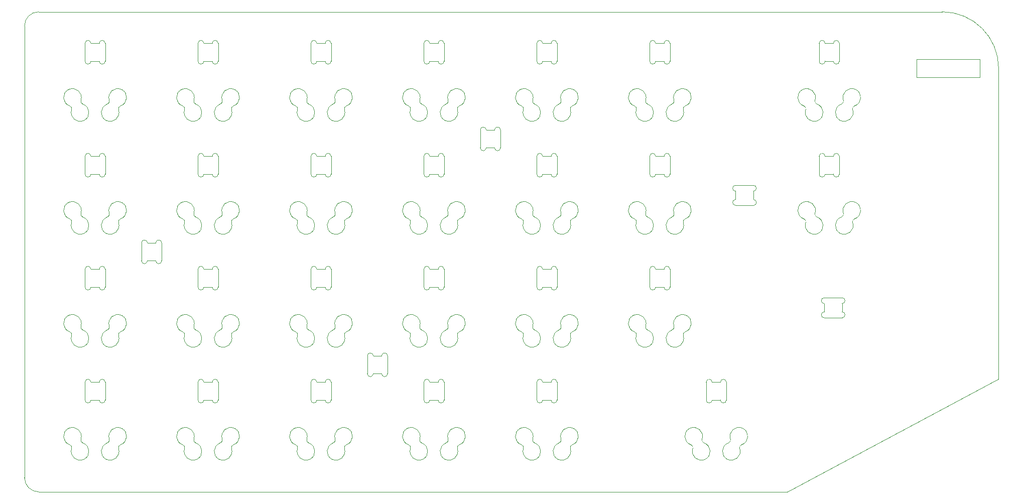
<source format=gbr>
%TF.GenerationSoftware,KiCad,Pcbnew,(5.1.9-0-10_14)*%
%TF.CreationDate,2021-01-21T14:35:16+08:00*%
%TF.ProjectId,kb-split,6b622d73-706c-4697-942e-6b696361645f,rev?*%
%TF.SameCoordinates,Original*%
%TF.FileFunction,Profile,NP*%
%FSLAX46Y46*%
G04 Gerber Fmt 4.6, Leading zero omitted, Abs format (unit mm)*
G04 Created by KiCad (PCBNEW (5.1.9-0-10_14)) date 2021-01-21 14:35:16*
%MOMM*%
%LPD*%
G01*
G04 APERTURE LIST*
%TA.AperFunction,Profile*%
%ADD10C,0.100000*%
%TD*%
%TA.AperFunction,Profile*%
%ADD11C,0.050000*%
%TD*%
G04 APERTURE END LIST*
D10*
X256413000Y-55626000D02*
X256413000Y-58674000D01*
X245745000Y-55626000D02*
X256413000Y-55626000D01*
X245745000Y-58674000D02*
X245745000Y-55626000D01*
X256413000Y-58674000D02*
X245745000Y-58674000D01*
D11*
X97631250Y-47625000D02*
X250031250Y-47625000D01*
X259556250Y-109537500D02*
X259556250Y-57150000D01*
X250031250Y-47625000D02*
G75*
G02*
X259556250Y-57150000I0J-9525000D01*
G01*
X223837500Y-128587500D02*
X259556250Y-109537500D01*
X97631250Y-128587500D02*
G75*
G02*
X95250000Y-126206250I0J2381250D01*
G01*
X97631250Y-128587500D02*
X223837500Y-128587500D01*
X95250000Y-50006250D02*
X95250000Y-126206250D01*
X95250000Y-50006250D02*
G75*
G02*
X97631250Y-47625000I2381250J0D01*
G01*
D10*
%TO.C,LED25*%
X233148000Y-95836000D02*
X230148000Y-95836000D01*
X230148000Y-99236000D02*
X233148000Y-99236000D01*
X233148000Y-98236000D02*
X233148000Y-96836000D01*
X230148000Y-98236000D02*
X230148000Y-96836000D01*
X230148000Y-99236000D02*
G75*
G02*
X230148000Y-98236000I0J500000D01*
G01*
X230148000Y-96836000D02*
G75*
G02*
X230148000Y-95836000I0J500000D01*
G01*
X233148000Y-95836000D02*
G75*
G02*
X233148000Y-96836000I0J-500000D01*
G01*
X233148000Y-98236000D02*
G75*
G02*
X233148000Y-99236000I0J-500000D01*
G01*
%TO.C,LED31*%
X212631250Y-113101250D02*
X211231250Y-113101250D01*
X210231250Y-110101250D02*
X210231250Y-113101250D01*
X212631250Y-110101250D02*
X211231250Y-110101250D01*
X213631250Y-113101250D02*
X213631250Y-110101250D01*
X212631250Y-110101250D02*
G75*
G02*
X213631250Y-110101250I500000J0D01*
G01*
X211231250Y-113101250D02*
G75*
G02*
X210231250Y-113101250I-500000J0D01*
G01*
X210231250Y-110101250D02*
G75*
G02*
X211231250Y-110101250I500000J0D01*
G01*
X213631250Y-113101250D02*
G75*
G02*
X212631250Y-113101250I-500000J0D01*
G01*
%TO.C,LED30*%
X184056250Y-113101250D02*
X182656250Y-113101250D01*
X181656250Y-110101250D02*
X181656250Y-113101250D01*
X184056250Y-110101250D02*
X182656250Y-110101250D01*
X185056250Y-113101250D02*
X185056250Y-110101250D01*
X184056250Y-110101250D02*
G75*
G02*
X185056250Y-110101250I500000J0D01*
G01*
X182656250Y-113101250D02*
G75*
G02*
X181656250Y-113101250I-500000J0D01*
G01*
X181656250Y-110101250D02*
G75*
G02*
X182656250Y-110101250I500000J0D01*
G01*
X185056250Y-113101250D02*
G75*
G02*
X184056250Y-113101250I-500000J0D01*
G01*
%TO.C,LED29*%
X165006250Y-113101250D02*
X163606250Y-113101250D01*
X162606250Y-110101250D02*
X162606250Y-113101250D01*
X165006250Y-110101250D02*
X163606250Y-110101250D01*
X166006250Y-113101250D02*
X166006250Y-110101250D01*
X165006250Y-110101250D02*
G75*
G02*
X166006250Y-110101250I500000J0D01*
G01*
X163606250Y-113101250D02*
G75*
G02*
X162606250Y-113101250I-500000J0D01*
G01*
X162606250Y-110101250D02*
G75*
G02*
X163606250Y-110101250I500000J0D01*
G01*
X166006250Y-113101250D02*
G75*
G02*
X165006250Y-113101250I-500000J0D01*
G01*
%TO.C,LED28*%
X145956250Y-113101250D02*
X144556250Y-113101250D01*
X143556250Y-110101250D02*
X143556250Y-113101250D01*
X145956250Y-110101250D02*
X144556250Y-110101250D01*
X146956250Y-113101250D02*
X146956250Y-110101250D01*
X145956250Y-110101250D02*
G75*
G02*
X146956250Y-110101250I500000J0D01*
G01*
X144556250Y-113101250D02*
G75*
G02*
X143556250Y-113101250I-500000J0D01*
G01*
X143556250Y-110101250D02*
G75*
G02*
X144556250Y-110101250I500000J0D01*
G01*
X146956250Y-113101250D02*
G75*
G02*
X145956250Y-113101250I-500000J0D01*
G01*
%TO.C,LED27*%
X126906250Y-113101250D02*
X125506250Y-113101250D01*
X124506250Y-110101250D02*
X124506250Y-113101250D01*
X126906250Y-110101250D02*
X125506250Y-110101250D01*
X127906250Y-113101250D02*
X127906250Y-110101250D01*
X126906250Y-110101250D02*
G75*
G02*
X127906250Y-110101250I500000J0D01*
G01*
X125506250Y-113101250D02*
G75*
G02*
X124506250Y-113101250I-500000J0D01*
G01*
X124506250Y-110101250D02*
G75*
G02*
X125506250Y-110101250I500000J0D01*
G01*
X127906250Y-113101250D02*
G75*
G02*
X126906250Y-113101250I-500000J0D01*
G01*
%TO.C,LED26*%
X107856250Y-113101250D02*
X106456250Y-113101250D01*
X105456250Y-110101250D02*
X105456250Y-113101250D01*
X107856250Y-110101250D02*
X106456250Y-110101250D01*
X108856250Y-113101250D02*
X108856250Y-110101250D01*
X107856250Y-110101250D02*
G75*
G02*
X108856250Y-110101250I500000J0D01*
G01*
X106456250Y-113101250D02*
G75*
G02*
X105456250Y-113101250I-500000J0D01*
G01*
X105456250Y-110101250D02*
G75*
G02*
X106456250Y-110101250I500000J0D01*
G01*
X108856250Y-113101250D02*
G75*
G02*
X107856250Y-113101250I-500000J0D01*
G01*
%TO.C,LED24*%
X201706250Y-94051250D02*
X203106250Y-94051250D01*
X204106250Y-91051250D02*
X204106250Y-94051250D01*
X201706250Y-91051250D02*
X203106250Y-91051250D01*
X200706250Y-94051250D02*
X200706250Y-91051250D01*
X201706250Y-91051250D02*
G75*
G03*
X200706250Y-91051250I-500000J0D01*
G01*
X203106250Y-94051250D02*
G75*
G03*
X204106250Y-94051250I500000J0D01*
G01*
X204106250Y-91051250D02*
G75*
G03*
X203106250Y-91051250I-500000J0D01*
G01*
X200706250Y-94051250D02*
G75*
G03*
X201706250Y-94051250I500000J0D01*
G01*
%TO.C,LED23*%
X182656250Y-94051250D02*
X184056250Y-94051250D01*
X185056250Y-91051250D02*
X185056250Y-94051250D01*
X182656250Y-91051250D02*
X184056250Y-91051250D01*
X181656250Y-94051250D02*
X181656250Y-91051250D01*
X182656250Y-91051250D02*
G75*
G03*
X181656250Y-91051250I-500000J0D01*
G01*
X184056250Y-94051250D02*
G75*
G03*
X185056250Y-94051250I500000J0D01*
G01*
X185056250Y-91051250D02*
G75*
G03*
X184056250Y-91051250I-500000J0D01*
G01*
X181656250Y-94051250D02*
G75*
G03*
X182656250Y-94051250I500000J0D01*
G01*
%TO.C,LED22*%
X163606250Y-94051250D02*
X165006250Y-94051250D01*
X166006250Y-91051250D02*
X166006250Y-94051250D01*
X163606250Y-91051250D02*
X165006250Y-91051250D01*
X162606250Y-94051250D02*
X162606250Y-91051250D01*
X163606250Y-91051250D02*
G75*
G03*
X162606250Y-91051250I-500000J0D01*
G01*
X165006250Y-94051250D02*
G75*
G03*
X166006250Y-94051250I500000J0D01*
G01*
X166006250Y-91051250D02*
G75*
G03*
X165006250Y-91051250I-500000J0D01*
G01*
X162606250Y-94051250D02*
G75*
G03*
X163606250Y-94051250I500000J0D01*
G01*
%TO.C,LED21*%
X144556250Y-94051250D02*
X145956250Y-94051250D01*
X146956250Y-91051250D02*
X146956250Y-94051250D01*
X144556250Y-91051250D02*
X145956250Y-91051250D01*
X143556250Y-94051250D02*
X143556250Y-91051250D01*
X144556250Y-91051250D02*
G75*
G03*
X143556250Y-91051250I-500000J0D01*
G01*
X145956250Y-94051250D02*
G75*
G03*
X146956250Y-94051250I500000J0D01*
G01*
X146956250Y-91051250D02*
G75*
G03*
X145956250Y-91051250I-500000J0D01*
G01*
X143556250Y-94051250D02*
G75*
G03*
X144556250Y-94051250I500000J0D01*
G01*
%TO.C,LED20*%
X125506250Y-94051250D02*
X126906250Y-94051250D01*
X127906250Y-91051250D02*
X127906250Y-94051250D01*
X125506250Y-91051250D02*
X126906250Y-91051250D01*
X124506250Y-94051250D02*
X124506250Y-91051250D01*
X125506250Y-91051250D02*
G75*
G03*
X124506250Y-91051250I-500000J0D01*
G01*
X126906250Y-94051250D02*
G75*
G03*
X127906250Y-94051250I500000J0D01*
G01*
X127906250Y-91051250D02*
G75*
G03*
X126906250Y-91051250I-500000J0D01*
G01*
X124506250Y-94051250D02*
G75*
G03*
X125506250Y-94051250I500000J0D01*
G01*
%TO.C,LED19*%
X106456250Y-94051250D02*
X107856250Y-94051250D01*
X108856250Y-91051250D02*
X108856250Y-94051250D01*
X106456250Y-91051250D02*
X107856250Y-91051250D01*
X105456250Y-94051250D02*
X105456250Y-91051250D01*
X106456250Y-91051250D02*
G75*
G03*
X105456250Y-91051250I-500000J0D01*
G01*
X107856250Y-94051250D02*
G75*
G03*
X108856250Y-94051250I500000J0D01*
G01*
X108856250Y-91051250D02*
G75*
G03*
X107856250Y-91051250I-500000J0D01*
G01*
X105456250Y-94051250D02*
G75*
G03*
X106456250Y-94051250I500000J0D01*
G01*
%TO.C,LED18*%
X231681250Y-75001250D02*
X230281250Y-75001250D01*
X229281250Y-72001250D02*
X229281250Y-75001250D01*
X231681250Y-72001250D02*
X230281250Y-72001250D01*
X232681250Y-75001250D02*
X232681250Y-72001250D01*
X231681250Y-72001250D02*
G75*
G02*
X232681250Y-72001250I500000J0D01*
G01*
X230281250Y-75001250D02*
G75*
G02*
X229281250Y-75001250I-500000J0D01*
G01*
X229281250Y-72001250D02*
G75*
G02*
X230281250Y-72001250I500000J0D01*
G01*
X232681250Y-75001250D02*
G75*
G02*
X231681250Y-75001250I-500000J0D01*
G01*
%TO.C,LED17*%
X203106250Y-75001250D02*
X201706250Y-75001250D01*
X200706250Y-72001250D02*
X200706250Y-75001250D01*
X203106250Y-72001250D02*
X201706250Y-72001250D01*
X204106250Y-75001250D02*
X204106250Y-72001250D01*
X203106250Y-72001250D02*
G75*
G02*
X204106250Y-72001250I500000J0D01*
G01*
X201706250Y-75001250D02*
G75*
G02*
X200706250Y-75001250I-500000J0D01*
G01*
X200706250Y-72001250D02*
G75*
G02*
X201706250Y-72001250I500000J0D01*
G01*
X204106250Y-75001250D02*
G75*
G02*
X203106250Y-75001250I-500000J0D01*
G01*
%TO.C,LED16*%
X184056250Y-75001250D02*
X182656250Y-75001250D01*
X181656250Y-72001250D02*
X181656250Y-75001250D01*
X184056250Y-72001250D02*
X182656250Y-72001250D01*
X185056250Y-75001250D02*
X185056250Y-72001250D01*
X184056250Y-72001250D02*
G75*
G02*
X185056250Y-72001250I500000J0D01*
G01*
X182656250Y-75001250D02*
G75*
G02*
X181656250Y-75001250I-500000J0D01*
G01*
X181656250Y-72001250D02*
G75*
G02*
X182656250Y-72001250I500000J0D01*
G01*
X185056250Y-75001250D02*
G75*
G02*
X184056250Y-75001250I-500000J0D01*
G01*
%TO.C,LED15*%
X165006250Y-75001250D02*
X163606250Y-75001250D01*
X162606250Y-72001250D02*
X162606250Y-75001250D01*
X165006250Y-72001250D02*
X163606250Y-72001250D01*
X166006250Y-75001250D02*
X166006250Y-72001250D01*
X165006250Y-72001250D02*
G75*
G02*
X166006250Y-72001250I500000J0D01*
G01*
X163606250Y-75001250D02*
G75*
G02*
X162606250Y-75001250I-500000J0D01*
G01*
X162606250Y-72001250D02*
G75*
G02*
X163606250Y-72001250I500000J0D01*
G01*
X166006250Y-75001250D02*
G75*
G02*
X165006250Y-75001250I-500000J0D01*
G01*
%TO.C,LED14*%
X145956250Y-75001250D02*
X144556250Y-75001250D01*
X143556250Y-72001250D02*
X143556250Y-75001250D01*
X145956250Y-72001250D02*
X144556250Y-72001250D01*
X146956250Y-75001250D02*
X146956250Y-72001250D01*
X145956250Y-72001250D02*
G75*
G02*
X146956250Y-72001250I500000J0D01*
G01*
X144556250Y-75001250D02*
G75*
G02*
X143556250Y-75001250I-500000J0D01*
G01*
X143556250Y-72001250D02*
G75*
G02*
X144556250Y-72001250I500000J0D01*
G01*
X146956250Y-75001250D02*
G75*
G02*
X145956250Y-75001250I-500000J0D01*
G01*
%TO.C,LED13*%
X126906250Y-75001250D02*
X125506250Y-75001250D01*
X124506250Y-72001250D02*
X124506250Y-75001250D01*
X126906250Y-72001250D02*
X125506250Y-72001250D01*
X127906250Y-75001250D02*
X127906250Y-72001250D01*
X126906250Y-72001250D02*
G75*
G02*
X127906250Y-72001250I500000J0D01*
G01*
X125506250Y-75001250D02*
G75*
G02*
X124506250Y-75001250I-500000J0D01*
G01*
X124506250Y-72001250D02*
G75*
G02*
X125506250Y-72001250I500000J0D01*
G01*
X127906250Y-75001250D02*
G75*
G02*
X126906250Y-75001250I-500000J0D01*
G01*
%TO.C,LED12*%
X107856250Y-75001250D02*
X106456250Y-75001250D01*
X105456250Y-72001250D02*
X105456250Y-75001250D01*
X107856250Y-72001250D02*
X106456250Y-72001250D01*
X108856250Y-75001250D02*
X108856250Y-72001250D01*
X107856250Y-72001250D02*
G75*
G02*
X108856250Y-72001250I500000J0D01*
G01*
X106456250Y-75001250D02*
G75*
G02*
X105456250Y-75001250I-500000J0D01*
G01*
X105456250Y-72001250D02*
G75*
G02*
X106456250Y-72001250I500000J0D01*
G01*
X108856250Y-75001250D02*
G75*
G02*
X107856250Y-75001250I-500000J0D01*
G01*
%TO.C,LED11*%
X230281250Y-55951250D02*
X231681250Y-55951250D01*
X232681250Y-52951250D02*
X232681250Y-55951250D01*
X230281250Y-52951250D02*
X231681250Y-52951250D01*
X229281250Y-55951250D02*
X229281250Y-52951250D01*
X230281250Y-52951250D02*
G75*
G03*
X229281250Y-52951250I-500000J0D01*
G01*
X231681250Y-55951250D02*
G75*
G03*
X232681250Y-55951250I500000J0D01*
G01*
X232681250Y-52951250D02*
G75*
G03*
X231681250Y-52951250I-500000J0D01*
G01*
X229281250Y-55951250D02*
G75*
G03*
X230281250Y-55951250I500000J0D01*
G01*
%TO.C,LED10*%
X201706250Y-55951250D02*
X203106250Y-55951250D01*
X204106250Y-52951250D02*
X204106250Y-55951250D01*
X201706250Y-52951250D02*
X203106250Y-52951250D01*
X200706250Y-55951250D02*
X200706250Y-52951250D01*
X201706250Y-52951250D02*
G75*
G03*
X200706250Y-52951250I-500000J0D01*
G01*
X203106250Y-55951250D02*
G75*
G03*
X204106250Y-55951250I500000J0D01*
G01*
X204106250Y-52951250D02*
G75*
G03*
X203106250Y-52951250I-500000J0D01*
G01*
X200706250Y-55951250D02*
G75*
G03*
X201706250Y-55951250I500000J0D01*
G01*
%TO.C,LED9*%
X182656250Y-55951250D02*
X184056250Y-55951250D01*
X185056250Y-52951250D02*
X185056250Y-55951250D01*
X182656250Y-52951250D02*
X184056250Y-52951250D01*
X181656250Y-55951250D02*
X181656250Y-52951250D01*
X182656250Y-52951250D02*
G75*
G03*
X181656250Y-52951250I-500000J0D01*
G01*
X184056250Y-55951250D02*
G75*
G03*
X185056250Y-55951250I500000J0D01*
G01*
X185056250Y-52951250D02*
G75*
G03*
X184056250Y-52951250I-500000J0D01*
G01*
X181656250Y-55951250D02*
G75*
G03*
X182656250Y-55951250I500000J0D01*
G01*
%TO.C,LED8*%
X163606250Y-55951250D02*
X165006250Y-55951250D01*
X166006250Y-52951250D02*
X166006250Y-55951250D01*
X163606250Y-52951250D02*
X165006250Y-52951250D01*
X162606250Y-55951250D02*
X162606250Y-52951250D01*
X163606250Y-52951250D02*
G75*
G03*
X162606250Y-52951250I-500000J0D01*
G01*
X165006250Y-55951250D02*
G75*
G03*
X166006250Y-55951250I500000J0D01*
G01*
X166006250Y-52951250D02*
G75*
G03*
X165006250Y-52951250I-500000J0D01*
G01*
X162606250Y-55951250D02*
G75*
G03*
X163606250Y-55951250I500000J0D01*
G01*
%TO.C,LED7*%
X144556250Y-55951250D02*
X145956250Y-55951250D01*
X146956250Y-52951250D02*
X146956250Y-55951250D01*
X144556250Y-52951250D02*
X145956250Y-52951250D01*
X143556250Y-55951250D02*
X143556250Y-52951250D01*
X144556250Y-52951250D02*
G75*
G03*
X143556250Y-52951250I-500000J0D01*
G01*
X145956250Y-55951250D02*
G75*
G03*
X146956250Y-55951250I500000J0D01*
G01*
X146956250Y-52951250D02*
G75*
G03*
X145956250Y-52951250I-500000J0D01*
G01*
X143556250Y-55951250D02*
G75*
G03*
X144556250Y-55951250I500000J0D01*
G01*
%TO.C,LED6*%
X125506250Y-55951250D02*
X126906250Y-55951250D01*
X127906250Y-52951250D02*
X127906250Y-55951250D01*
X125506250Y-52951250D02*
X126906250Y-52951250D01*
X124506250Y-55951250D02*
X124506250Y-52951250D01*
X125506250Y-52951250D02*
G75*
G03*
X124506250Y-52951250I-500000J0D01*
G01*
X126906250Y-55951250D02*
G75*
G03*
X127906250Y-55951250I500000J0D01*
G01*
X127906250Y-52951250D02*
G75*
G03*
X126906250Y-52951250I-500000J0D01*
G01*
X124506250Y-55951250D02*
G75*
G03*
X125506250Y-55951250I500000J0D01*
G01*
%TO.C,LED5*%
X106456250Y-55951250D02*
X107856250Y-55951250D01*
X108856250Y-52951250D02*
X108856250Y-55951250D01*
X106456250Y-52951250D02*
X107856250Y-52951250D01*
X105456250Y-55951250D02*
X105456250Y-52951250D01*
X106456250Y-52951250D02*
G75*
G03*
X105456250Y-52951250I-500000J0D01*
G01*
X107856250Y-55951250D02*
G75*
G03*
X108856250Y-55951250I500000J0D01*
G01*
X108856250Y-52951250D02*
G75*
G03*
X107856250Y-52951250I-500000J0D01*
G01*
X105456250Y-55951250D02*
G75*
G03*
X106456250Y-55951250I500000J0D01*
G01*
%TO.C,LED4*%
X215193750Y-79281250D02*
X215193750Y-77881250D01*
X218193750Y-79281250D02*
X218193750Y-77881250D01*
X215193750Y-80281250D02*
X218193750Y-80281250D01*
X218193750Y-76881250D02*
X215193750Y-76881250D01*
X215193750Y-80281250D02*
G75*
G02*
X215193750Y-79281250I0J500000D01*
G01*
X215193750Y-77881250D02*
G75*
G02*
X215193750Y-76881250I0J500000D01*
G01*
X218193750Y-76881250D02*
G75*
G02*
X218193750Y-77881250I0J-500000D01*
G01*
X218193750Y-79281250D02*
G75*
G02*
X218193750Y-80281250I0J-500000D01*
G01*
%TO.C,LED3*%
X174531250Y-70556250D02*
X173131250Y-70556250D01*
X174531250Y-67556250D02*
X173131250Y-67556250D01*
X175531250Y-70556250D02*
X175531250Y-67556250D01*
X172131250Y-67556250D02*
X172131250Y-70556250D01*
X175531250Y-70556250D02*
G75*
G02*
X174531250Y-70556250I-500000J0D01*
G01*
X173131250Y-70556250D02*
G75*
G02*
X172131250Y-70556250I-500000J0D01*
G01*
X172131250Y-67556250D02*
G75*
G02*
X173131250Y-67556250I500000J0D01*
G01*
X174531250Y-67556250D02*
G75*
G02*
X175531250Y-67556250I500000J0D01*
G01*
%TO.C,LED2*%
X155481250Y-108656250D02*
X154081250Y-108656250D01*
X155481250Y-105656250D02*
X154081250Y-105656250D01*
X156481250Y-108656250D02*
X156481250Y-105656250D01*
X153081250Y-105656250D02*
X153081250Y-108656250D01*
X156481250Y-108656250D02*
G75*
G02*
X155481250Y-108656250I-500000J0D01*
G01*
X154081250Y-108656250D02*
G75*
G02*
X153081250Y-108656250I-500000J0D01*
G01*
X153081250Y-105656250D02*
G75*
G02*
X154081250Y-105656250I500000J0D01*
G01*
X155481250Y-105656250D02*
G75*
G02*
X156481250Y-105656250I500000J0D01*
G01*
%TO.C,LED1*%
X115981250Y-86606250D02*
X117381250Y-86606250D01*
X115981250Y-89606250D02*
X117381250Y-89606250D01*
X114981250Y-86606250D02*
X114981250Y-89606250D01*
X118381250Y-89606250D02*
X118381250Y-86606250D01*
X114981250Y-86606250D02*
G75*
G02*
X115981250Y-86606250I500000J0D01*
G01*
X117381250Y-86606250D02*
G75*
G02*
X118381250Y-86606250I500000J0D01*
G01*
X118381250Y-89606250D02*
G75*
G02*
X117381250Y-89606250I-500000J0D01*
G01*
X115981250Y-89606250D02*
G75*
G02*
X114981250Y-89606250I-500000J0D01*
G01*
%TO.C,SW28*%
X207653669Y-120646384D02*
G75*
G02*
X209542250Y-119701250I467581J1425134D01*
G01*
X207970170Y-121281491D02*
G75*
G03*
X207653669Y-120646385I-473920J160241D01*
G01*
X209860392Y-120336628D02*
G75*
G02*
X209542250Y-119701250I155858J475378D01*
G01*
X209860391Y-120336629D02*
G75*
G02*
X207970170Y-121281491I-469141J-1424621D01*
G01*
X216208831Y-120646384D02*
G75*
G03*
X214320250Y-119701250I-467581J1425134D01*
G01*
X214002108Y-120336628D02*
G75*
G03*
X214320250Y-119701250I-155858J475378D01*
G01*
X215892330Y-121281491D02*
G75*
G02*
X216208831Y-120646385I473920J160241D01*
G01*
X214002109Y-120336629D02*
G75*
G03*
X215892330Y-121281491I469141J-1424621D01*
G01*
%TO.C,SW27*%
X179078669Y-120646384D02*
G75*
G02*
X180967250Y-119701250I467581J1425134D01*
G01*
X179395170Y-121281491D02*
G75*
G03*
X179078669Y-120646385I-473920J160241D01*
G01*
X181285392Y-120336628D02*
G75*
G02*
X180967250Y-119701250I155858J475378D01*
G01*
X181285391Y-120336629D02*
G75*
G02*
X179395170Y-121281491I-469141J-1424621D01*
G01*
X187633831Y-120646384D02*
G75*
G03*
X185745250Y-119701250I-467581J1425134D01*
G01*
X185427108Y-120336628D02*
G75*
G03*
X185745250Y-119701250I-155858J475378D01*
G01*
X187317330Y-121281491D02*
G75*
G02*
X187633831Y-120646385I473920J160241D01*
G01*
X185427109Y-120336629D02*
G75*
G03*
X187317330Y-121281491I469141J-1424621D01*
G01*
%TO.C,SW26*%
X160028669Y-120646384D02*
G75*
G02*
X161917250Y-119701250I467581J1425134D01*
G01*
X160345170Y-121281491D02*
G75*
G03*
X160028669Y-120646385I-473920J160241D01*
G01*
X162235392Y-120336628D02*
G75*
G02*
X161917250Y-119701250I155858J475378D01*
G01*
X162235391Y-120336629D02*
G75*
G02*
X160345170Y-121281491I-469141J-1424621D01*
G01*
X168583831Y-120646384D02*
G75*
G03*
X166695250Y-119701250I-467581J1425134D01*
G01*
X166377108Y-120336628D02*
G75*
G03*
X166695250Y-119701250I-155858J475378D01*
G01*
X168267330Y-121281491D02*
G75*
G02*
X168583831Y-120646385I473920J160241D01*
G01*
X166377109Y-120336629D02*
G75*
G03*
X168267330Y-121281491I469141J-1424621D01*
G01*
%TO.C,SW25*%
X140978669Y-120646384D02*
G75*
G02*
X142867250Y-119701250I467581J1425134D01*
G01*
X141295170Y-121281491D02*
G75*
G03*
X140978669Y-120646385I-473920J160241D01*
G01*
X143185392Y-120336628D02*
G75*
G02*
X142867250Y-119701250I155858J475378D01*
G01*
X143185391Y-120336629D02*
G75*
G02*
X141295170Y-121281491I-469141J-1424621D01*
G01*
X149533831Y-120646384D02*
G75*
G03*
X147645250Y-119701250I-467581J1425134D01*
G01*
X147327108Y-120336628D02*
G75*
G03*
X147645250Y-119701250I-155858J475378D01*
G01*
X149217330Y-121281491D02*
G75*
G02*
X149533831Y-120646385I473920J160241D01*
G01*
X147327109Y-120336629D02*
G75*
G03*
X149217330Y-121281491I469141J-1424621D01*
G01*
%TO.C,SW24*%
X121928669Y-120646384D02*
G75*
G02*
X123817250Y-119701250I467581J1425134D01*
G01*
X122245170Y-121281491D02*
G75*
G03*
X121928669Y-120646385I-473920J160241D01*
G01*
X124135392Y-120336628D02*
G75*
G02*
X123817250Y-119701250I155858J475378D01*
G01*
X124135391Y-120336629D02*
G75*
G02*
X122245170Y-121281491I-469141J-1424621D01*
G01*
X130483831Y-120646384D02*
G75*
G03*
X128595250Y-119701250I-467581J1425134D01*
G01*
X128277108Y-120336628D02*
G75*
G03*
X128595250Y-119701250I-155858J475378D01*
G01*
X130167330Y-121281491D02*
G75*
G02*
X130483831Y-120646385I473920J160241D01*
G01*
X128277109Y-120336629D02*
G75*
G03*
X130167330Y-121281491I469141J-1424621D01*
G01*
%TO.C,SW23*%
X102878669Y-120646384D02*
G75*
G02*
X104767250Y-119701250I467581J1425134D01*
G01*
X103195170Y-121281491D02*
G75*
G03*
X102878669Y-120646385I-473920J160241D01*
G01*
X105085392Y-120336628D02*
G75*
G02*
X104767250Y-119701250I155858J475378D01*
G01*
X105085391Y-120336629D02*
G75*
G02*
X103195170Y-121281491I-469141J-1424621D01*
G01*
X111433831Y-120646384D02*
G75*
G03*
X109545250Y-119701250I-467581J1425134D01*
G01*
X109227108Y-120336628D02*
G75*
G03*
X109545250Y-119701250I-155858J475378D01*
G01*
X111117330Y-121281491D02*
G75*
G02*
X111433831Y-120646385I473920J160241D01*
G01*
X109227109Y-120336629D02*
G75*
G03*
X111117330Y-121281491I469141J-1424621D01*
G01*
%TO.C,SW21*%
X198128669Y-101596384D02*
G75*
G02*
X200017250Y-100651250I467581J1425134D01*
G01*
X198445170Y-102231491D02*
G75*
G03*
X198128669Y-101596385I-473920J160241D01*
G01*
X200335392Y-101286628D02*
G75*
G02*
X200017250Y-100651250I155858J475378D01*
G01*
X200335391Y-101286629D02*
G75*
G02*
X198445170Y-102231491I-469141J-1424621D01*
G01*
X206683831Y-101596384D02*
G75*
G03*
X204795250Y-100651250I-467581J1425134D01*
G01*
X204477108Y-101286628D02*
G75*
G03*
X204795250Y-100651250I-155858J475378D01*
G01*
X206367330Y-102231491D02*
G75*
G02*
X206683831Y-101596385I473920J160241D01*
G01*
X204477109Y-101286629D02*
G75*
G03*
X206367330Y-102231491I469141J-1424621D01*
G01*
%TO.C,SW20*%
X179078669Y-101596384D02*
G75*
G02*
X180967250Y-100651250I467581J1425134D01*
G01*
X179395170Y-102231491D02*
G75*
G03*
X179078669Y-101596385I-473920J160241D01*
G01*
X181285392Y-101286628D02*
G75*
G02*
X180967250Y-100651250I155858J475378D01*
G01*
X181285391Y-101286629D02*
G75*
G02*
X179395170Y-102231491I-469141J-1424621D01*
G01*
X187633831Y-101596384D02*
G75*
G03*
X185745250Y-100651250I-467581J1425134D01*
G01*
X185427108Y-101286628D02*
G75*
G03*
X185745250Y-100651250I-155858J475378D01*
G01*
X187317330Y-102231491D02*
G75*
G02*
X187633831Y-101596385I473920J160241D01*
G01*
X185427109Y-101286629D02*
G75*
G03*
X187317330Y-102231491I469141J-1424621D01*
G01*
%TO.C,SW19*%
X160028669Y-101596384D02*
G75*
G02*
X161917250Y-100651250I467581J1425134D01*
G01*
X160345170Y-102231491D02*
G75*
G03*
X160028669Y-101596385I-473920J160241D01*
G01*
X162235392Y-101286628D02*
G75*
G02*
X161917250Y-100651250I155858J475378D01*
G01*
X162235391Y-101286629D02*
G75*
G02*
X160345170Y-102231491I-469141J-1424621D01*
G01*
X168583831Y-101596384D02*
G75*
G03*
X166695250Y-100651250I-467581J1425134D01*
G01*
X166377108Y-101286628D02*
G75*
G03*
X166695250Y-100651250I-155858J475378D01*
G01*
X168267330Y-102231491D02*
G75*
G02*
X168583831Y-101596385I473920J160241D01*
G01*
X166377109Y-101286629D02*
G75*
G03*
X168267330Y-102231491I469141J-1424621D01*
G01*
%TO.C,SW18*%
X140978669Y-101596384D02*
G75*
G02*
X142867250Y-100651250I467581J1425134D01*
G01*
X141295170Y-102231491D02*
G75*
G03*
X140978669Y-101596385I-473920J160241D01*
G01*
X143185392Y-101286628D02*
G75*
G02*
X142867250Y-100651250I155858J475378D01*
G01*
X143185391Y-101286629D02*
G75*
G02*
X141295170Y-102231491I-469141J-1424621D01*
G01*
X149533831Y-101596384D02*
G75*
G03*
X147645250Y-100651250I-467581J1425134D01*
G01*
X147327108Y-101286628D02*
G75*
G03*
X147645250Y-100651250I-155858J475378D01*
G01*
X149217330Y-102231491D02*
G75*
G02*
X149533831Y-101596385I473920J160241D01*
G01*
X147327109Y-101286629D02*
G75*
G03*
X149217330Y-102231491I469141J-1424621D01*
G01*
%TO.C,SW17*%
X121928669Y-101596384D02*
G75*
G02*
X123817250Y-100651250I467581J1425134D01*
G01*
X122245170Y-102231491D02*
G75*
G03*
X121928669Y-101596385I-473920J160241D01*
G01*
X124135392Y-101286628D02*
G75*
G02*
X123817250Y-100651250I155858J475378D01*
G01*
X124135391Y-101286629D02*
G75*
G02*
X122245170Y-102231491I-469141J-1424621D01*
G01*
X130483831Y-101596384D02*
G75*
G03*
X128595250Y-100651250I-467581J1425134D01*
G01*
X128277108Y-101286628D02*
G75*
G03*
X128595250Y-100651250I-155858J475378D01*
G01*
X130167330Y-102231491D02*
G75*
G02*
X130483831Y-101596385I473920J160241D01*
G01*
X128277109Y-101286629D02*
G75*
G03*
X130167330Y-102231491I469141J-1424621D01*
G01*
%TO.C,SW16*%
X102878669Y-101596384D02*
G75*
G02*
X104767250Y-100651250I467581J1425134D01*
G01*
X103195170Y-102231491D02*
G75*
G03*
X102878669Y-101596385I-473920J160241D01*
G01*
X105085392Y-101286628D02*
G75*
G02*
X104767250Y-100651250I155858J475378D01*
G01*
X105085391Y-101286629D02*
G75*
G02*
X103195170Y-102231491I-469141J-1424621D01*
G01*
X111433831Y-101596384D02*
G75*
G03*
X109545250Y-100651250I-467581J1425134D01*
G01*
X109227108Y-101286628D02*
G75*
G03*
X109545250Y-100651250I-155858J475378D01*
G01*
X111117330Y-102231491D02*
G75*
G02*
X111433831Y-101596385I473920J160241D01*
G01*
X109227109Y-101286629D02*
G75*
G03*
X111117330Y-102231491I469141J-1424621D01*
G01*
%TO.C,SW14*%
X226703669Y-82546384D02*
G75*
G02*
X228592250Y-81601250I467581J1425134D01*
G01*
X227020170Y-83181491D02*
G75*
G03*
X226703669Y-82546385I-473920J160241D01*
G01*
X228910392Y-82236628D02*
G75*
G02*
X228592250Y-81601250I155858J475378D01*
G01*
X228910391Y-82236629D02*
G75*
G02*
X227020170Y-83181491I-469141J-1424621D01*
G01*
X235258831Y-82546384D02*
G75*
G03*
X233370250Y-81601250I-467581J1425134D01*
G01*
X233052108Y-82236628D02*
G75*
G03*
X233370250Y-81601250I-155858J475378D01*
G01*
X234942330Y-83181491D02*
G75*
G02*
X235258831Y-82546385I473920J160241D01*
G01*
X233052109Y-82236629D02*
G75*
G03*
X234942330Y-83181491I469141J-1424621D01*
G01*
%TO.C,SW13*%
X198128669Y-82546384D02*
G75*
G02*
X200017250Y-81601250I467581J1425134D01*
G01*
X198445170Y-83181491D02*
G75*
G03*
X198128669Y-82546385I-473920J160241D01*
G01*
X200335392Y-82236628D02*
G75*
G02*
X200017250Y-81601250I155858J475378D01*
G01*
X200335391Y-82236629D02*
G75*
G02*
X198445170Y-83181491I-469141J-1424621D01*
G01*
X206683831Y-82546384D02*
G75*
G03*
X204795250Y-81601250I-467581J1425134D01*
G01*
X204477108Y-82236628D02*
G75*
G03*
X204795250Y-81601250I-155858J475378D01*
G01*
X206367330Y-83181491D02*
G75*
G02*
X206683831Y-82546385I473920J160241D01*
G01*
X204477109Y-82236629D02*
G75*
G03*
X206367330Y-83181491I469141J-1424621D01*
G01*
%TO.C,SW12*%
X179078669Y-82546384D02*
G75*
G02*
X180967250Y-81601250I467581J1425134D01*
G01*
X179395170Y-83181491D02*
G75*
G03*
X179078669Y-82546385I-473920J160241D01*
G01*
X181285392Y-82236628D02*
G75*
G02*
X180967250Y-81601250I155858J475378D01*
G01*
X181285391Y-82236629D02*
G75*
G02*
X179395170Y-83181491I-469141J-1424621D01*
G01*
X187633831Y-82546384D02*
G75*
G03*
X185745250Y-81601250I-467581J1425134D01*
G01*
X185427108Y-82236628D02*
G75*
G03*
X185745250Y-81601250I-155858J475378D01*
G01*
X187317330Y-83181491D02*
G75*
G02*
X187633831Y-82546385I473920J160241D01*
G01*
X185427109Y-82236629D02*
G75*
G03*
X187317330Y-83181491I469141J-1424621D01*
G01*
%TO.C,SW11*%
X160028669Y-82546384D02*
G75*
G02*
X161917250Y-81601250I467581J1425134D01*
G01*
X160345170Y-83181491D02*
G75*
G03*
X160028669Y-82546385I-473920J160241D01*
G01*
X162235392Y-82236628D02*
G75*
G02*
X161917250Y-81601250I155858J475378D01*
G01*
X162235391Y-82236629D02*
G75*
G02*
X160345170Y-83181491I-469141J-1424621D01*
G01*
X168583831Y-82546384D02*
G75*
G03*
X166695250Y-81601250I-467581J1425134D01*
G01*
X166377108Y-82236628D02*
G75*
G03*
X166695250Y-81601250I-155858J475378D01*
G01*
X168267330Y-83181491D02*
G75*
G02*
X168583831Y-82546385I473920J160241D01*
G01*
X166377109Y-82236629D02*
G75*
G03*
X168267330Y-83181491I469141J-1424621D01*
G01*
%TO.C,SW10*%
X140978669Y-82546384D02*
G75*
G02*
X142867250Y-81601250I467581J1425134D01*
G01*
X141295170Y-83181491D02*
G75*
G03*
X140978669Y-82546385I-473920J160241D01*
G01*
X143185392Y-82236628D02*
G75*
G02*
X142867250Y-81601250I155858J475378D01*
G01*
X143185391Y-82236629D02*
G75*
G02*
X141295170Y-83181491I-469141J-1424621D01*
G01*
X149533831Y-82546384D02*
G75*
G03*
X147645250Y-81601250I-467581J1425134D01*
G01*
X147327108Y-82236628D02*
G75*
G03*
X147645250Y-81601250I-155858J475378D01*
G01*
X149217330Y-83181491D02*
G75*
G02*
X149533831Y-82546385I473920J160241D01*
G01*
X147327109Y-82236629D02*
G75*
G03*
X149217330Y-83181491I469141J-1424621D01*
G01*
%TO.C,SW9*%
X121928669Y-82546384D02*
G75*
G02*
X123817250Y-81601250I467581J1425134D01*
G01*
X122245170Y-83181491D02*
G75*
G03*
X121928669Y-82546385I-473920J160241D01*
G01*
X124135392Y-82236628D02*
G75*
G02*
X123817250Y-81601250I155858J475378D01*
G01*
X124135391Y-82236629D02*
G75*
G02*
X122245170Y-83181491I-469141J-1424621D01*
G01*
X130483831Y-82546384D02*
G75*
G03*
X128595250Y-81601250I-467581J1425134D01*
G01*
X128277108Y-82236628D02*
G75*
G03*
X128595250Y-81601250I-155858J475378D01*
G01*
X130167330Y-83181491D02*
G75*
G02*
X130483831Y-82546385I473920J160241D01*
G01*
X128277109Y-82236629D02*
G75*
G03*
X130167330Y-83181491I469141J-1424621D01*
G01*
%TO.C,SW8*%
X102878669Y-82546384D02*
G75*
G02*
X104767250Y-81601250I467581J1425134D01*
G01*
X103195170Y-83181491D02*
G75*
G03*
X102878669Y-82546385I-473920J160241D01*
G01*
X105085392Y-82236628D02*
G75*
G02*
X104767250Y-81601250I155858J475378D01*
G01*
X105085391Y-82236629D02*
G75*
G02*
X103195170Y-83181491I-469141J-1424621D01*
G01*
X111433831Y-82546384D02*
G75*
G03*
X109545250Y-81601250I-467581J1425134D01*
G01*
X109227108Y-82236628D02*
G75*
G03*
X109545250Y-81601250I-155858J475378D01*
G01*
X111117330Y-83181491D02*
G75*
G02*
X111433831Y-82546385I473920J160241D01*
G01*
X109227109Y-82236629D02*
G75*
G03*
X111117330Y-83181491I469141J-1424621D01*
G01*
%TO.C,SW7*%
X226703669Y-63496384D02*
G75*
G02*
X228592250Y-62551250I467581J1425134D01*
G01*
X227020170Y-64131491D02*
G75*
G03*
X226703669Y-63496385I-473920J160241D01*
G01*
X228910392Y-63186628D02*
G75*
G02*
X228592250Y-62551250I155858J475378D01*
G01*
X228910391Y-63186629D02*
G75*
G02*
X227020170Y-64131491I-469141J-1424621D01*
G01*
X235258831Y-63496384D02*
G75*
G03*
X233370250Y-62551250I-467581J1425134D01*
G01*
X233052108Y-63186628D02*
G75*
G03*
X233370250Y-62551250I-155858J475378D01*
G01*
X234942330Y-64131491D02*
G75*
G02*
X235258831Y-63496385I473920J160241D01*
G01*
X233052109Y-63186629D02*
G75*
G03*
X234942330Y-64131491I469141J-1424621D01*
G01*
%TO.C,SW6*%
X198128669Y-63496384D02*
G75*
G02*
X200017250Y-62551250I467581J1425134D01*
G01*
X198445170Y-64131491D02*
G75*
G03*
X198128669Y-63496385I-473920J160241D01*
G01*
X200335392Y-63186628D02*
G75*
G02*
X200017250Y-62551250I155858J475378D01*
G01*
X200335391Y-63186629D02*
G75*
G02*
X198445170Y-64131491I-469141J-1424621D01*
G01*
X206683831Y-63496384D02*
G75*
G03*
X204795250Y-62551250I-467581J1425134D01*
G01*
X204477108Y-63186628D02*
G75*
G03*
X204795250Y-62551250I-155858J475378D01*
G01*
X206367330Y-64131491D02*
G75*
G02*
X206683831Y-63496385I473920J160241D01*
G01*
X204477109Y-63186629D02*
G75*
G03*
X206367330Y-64131491I469141J-1424621D01*
G01*
%TO.C,SW5*%
X179078669Y-63496384D02*
G75*
G02*
X180967250Y-62551250I467581J1425134D01*
G01*
X179395170Y-64131491D02*
G75*
G03*
X179078669Y-63496385I-473920J160241D01*
G01*
X181285392Y-63186628D02*
G75*
G02*
X180967250Y-62551250I155858J475378D01*
G01*
X181285391Y-63186629D02*
G75*
G02*
X179395170Y-64131491I-469141J-1424621D01*
G01*
X187633831Y-63496384D02*
G75*
G03*
X185745250Y-62551250I-467581J1425134D01*
G01*
X185427108Y-63186628D02*
G75*
G03*
X185745250Y-62551250I-155858J475378D01*
G01*
X187317330Y-64131491D02*
G75*
G02*
X187633831Y-63496385I473920J160241D01*
G01*
X185427109Y-63186629D02*
G75*
G03*
X187317330Y-64131491I469141J-1424621D01*
G01*
%TO.C,SW4*%
X160028669Y-63496384D02*
G75*
G02*
X161917250Y-62551250I467581J1425134D01*
G01*
X160345170Y-64131491D02*
G75*
G03*
X160028669Y-63496385I-473920J160241D01*
G01*
X162235392Y-63186628D02*
G75*
G02*
X161917250Y-62551250I155858J475378D01*
G01*
X162235391Y-63186629D02*
G75*
G02*
X160345170Y-64131491I-469141J-1424621D01*
G01*
X168583831Y-63496384D02*
G75*
G03*
X166695250Y-62551250I-467581J1425134D01*
G01*
X166377108Y-63186628D02*
G75*
G03*
X166695250Y-62551250I-155858J475378D01*
G01*
X168267330Y-64131491D02*
G75*
G02*
X168583831Y-63496385I473920J160241D01*
G01*
X166377109Y-63186629D02*
G75*
G03*
X168267330Y-64131491I469141J-1424621D01*
G01*
%TO.C,SW3*%
X140978669Y-63496384D02*
G75*
G02*
X142867250Y-62551250I467581J1425134D01*
G01*
X141295170Y-64131491D02*
G75*
G03*
X140978669Y-63496385I-473920J160241D01*
G01*
X143185392Y-63186628D02*
G75*
G02*
X142867250Y-62551250I155858J475378D01*
G01*
X143185391Y-63186629D02*
G75*
G02*
X141295170Y-64131491I-469141J-1424621D01*
G01*
X149533831Y-63496384D02*
G75*
G03*
X147645250Y-62551250I-467581J1425134D01*
G01*
X147327108Y-63186628D02*
G75*
G03*
X147645250Y-62551250I-155858J475378D01*
G01*
X149217330Y-64131491D02*
G75*
G02*
X149533831Y-63496385I473920J160241D01*
G01*
X147327109Y-63186629D02*
G75*
G03*
X149217330Y-64131491I469141J-1424621D01*
G01*
%TO.C,SW2*%
X121928669Y-63496384D02*
G75*
G02*
X123817250Y-62551250I467581J1425134D01*
G01*
X122245170Y-64131491D02*
G75*
G03*
X121928669Y-63496385I-473920J160241D01*
G01*
X124135392Y-63186628D02*
G75*
G02*
X123817250Y-62551250I155858J475378D01*
G01*
X124135391Y-63186629D02*
G75*
G02*
X122245170Y-64131491I-469141J-1424621D01*
G01*
X130483831Y-63496384D02*
G75*
G03*
X128595250Y-62551250I-467581J1425134D01*
G01*
X128277108Y-63186628D02*
G75*
G03*
X128595250Y-62551250I-155858J475378D01*
G01*
X130167330Y-64131491D02*
G75*
G02*
X130483831Y-63496385I473920J160241D01*
G01*
X128277109Y-63186629D02*
G75*
G03*
X130167330Y-64131491I469141J-1424621D01*
G01*
%TO.C,SW1*%
X102878669Y-63496384D02*
G75*
G02*
X104767250Y-62551250I467581J1425134D01*
G01*
X103195170Y-64131491D02*
G75*
G03*
X102878669Y-63496385I-473920J160241D01*
G01*
X105085392Y-63186628D02*
G75*
G02*
X104767250Y-62551250I155858J475378D01*
G01*
X105085391Y-63186629D02*
G75*
G02*
X103195170Y-64131491I-469141J-1424621D01*
G01*
X111433831Y-63496384D02*
G75*
G03*
X109545250Y-62551250I-467581J1425134D01*
G01*
X109227108Y-63186628D02*
G75*
G03*
X109545250Y-62551250I-155858J475378D01*
G01*
X111117330Y-64131491D02*
G75*
G02*
X111433831Y-63496385I473920J160241D01*
G01*
X109227109Y-63186629D02*
G75*
G03*
X111117330Y-64131491I469141J-1424621D01*
G01*
%TD*%
M02*

</source>
